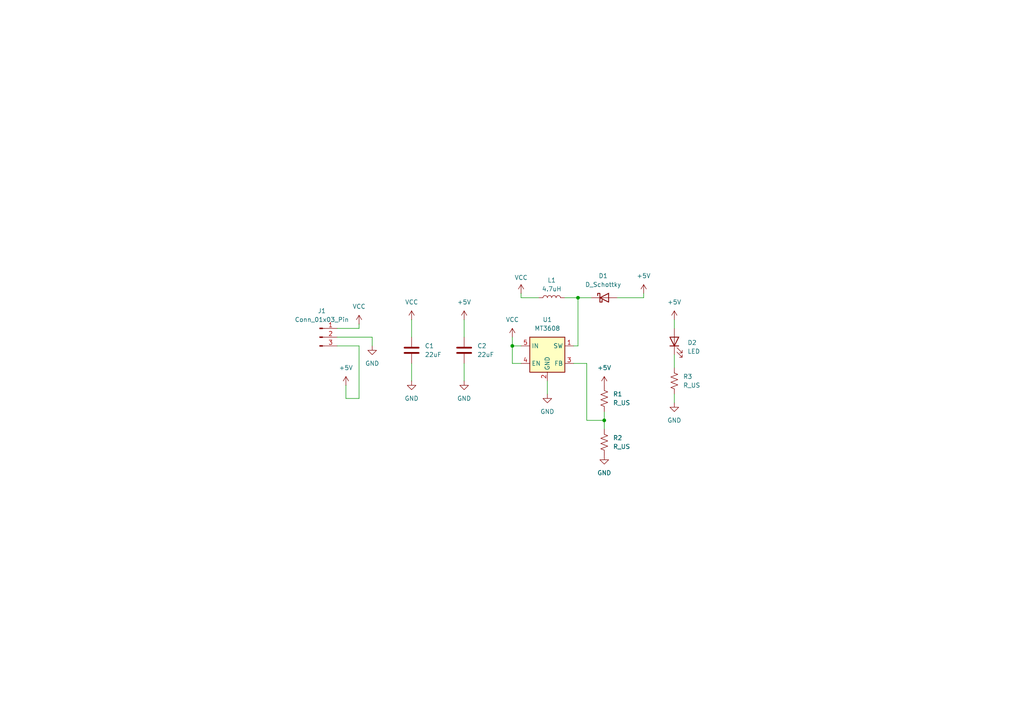
<source format=kicad_sch>
(kicad_sch (version 20250114) (generator "eeschema") (generator_version "9.0")
  (paper "A4")
  (lib_symbols
    (symbol "Connector:Conn_01x03_Pin" (pin_names (offset 1.016) (hide yes))
      (property "Reference" "J" (at 0 5.08 0))
      (property "Value" "Conn_01x03_Pin" (at 0 -5.08 0))
      (symbol "Conn_01x03_Pin_1_1"
        (rectangle (start 0.8636 2.667) (end 0 2.413) (stroke (width 0.1524)) (fill (type outline)))
        (rectangle (start 0.8636 0.127) (end 0 -0.127) (stroke (width 0.1524)) (fill (type outline)))
        (rectangle (start 0.8636 -2.413) (end 0 -2.667) (stroke (width 0.1524)) (fill (type outline)))
        (polyline (pts (xy 1.27 2.54) (xy 0.8636 2.54)) (stroke (width 0.1524)))
        (polyline (pts (xy 1.27 0) (xy 0.8636 0)) (stroke (width 0.1524)))
        (polyline (pts (xy 1.27 -2.54) (xy 0.8636 -2.54)) (stroke (width 0.1524)))
        (pin passive line (at 5.08 2.54 180) (length 3.81) (name "Pin_1") (number "1"))
        (pin passive line (at 5.08 0 180) (length 3.81) (name "Pin_2") (number "2"))
        (pin passive line (at 5.08 -2.54 180) (length 3.81) (name "Pin_3") (number "3"))
      )
    )
    (symbol "Device:C" (pin_numbers (hide yes)) (pin_names (offset 0.254))
      (property "Reference" "C" (at 0.635 2.54 0))
      (property "Value" "C" (at 0.635 -2.54 0))
      (symbol "C_0_1"
        (polyline (pts (xy -2.032 0.762) (xy 2.032 0.762)) (stroke (width 0.508)))
        (polyline (pts (xy -2.032 -0.762) (xy 2.032 -0.762)) (stroke (width 0.508)))
      )
      (symbol "C_1_1"
        (pin passive line (at 0 3.81 270) (length 2.794) (name "~") (number "1"))
        (pin passive line (at 0 -3.81 90) (length 2.794) (name "~") (number "2"))
      )
    )
    (symbol "Device:L" (pin_numbers (hide yes)) (pin_names (offset 1.016) (hide yes))
      (property "Reference" "L" (at -1.27 0 90))
      (property "Value" "L" (at 1.905 0 90))
      (symbol "L_0_1"
        (arc (start 0 2.54) (mid 0.6323 1.905) (end 0 1.27))
        (arc (start 0 1.27) (mid 0.6323 0.635) (end 0 0))
        (arc (start 0 0) (mid 0.6323 -0.635) (end 0 -1.27))
        (arc (start 0 -1.27) (mid 0.6323 -1.905) (end 0 -2.54))
      )
      (symbol "L_1_1"
        (pin passive line (at 0 3.81 270) (length 1.27) (name "1") (number "1"))
        (pin passive line (at 0 -3.81 90) (length 1.27) (name "2") (number "2"))
      )
    )
    (symbol "Device:LED" (pin_numbers (hide yes)) (pin_names (offset 1.016) (hide yes))
      (property "Reference" "D" (at 0 2.54 0))
      (property "Value" "LED" (at 0 -2.54 0))
      (symbol "LED_0_1"
        (polyline (pts (xy -3.048 -0.762) (xy -4.572 -2.286) (xy -3.81 -2.286) (xy -4.572 -2.286) (xy -4.572 -1.524)))
        (polyline (pts (xy -1.778 -0.762) (xy -3.302 -2.286) (xy -2.54 -2.286) (xy -3.302 -2.286) (xy -3.302 -1.524)))
        (polyline (pts (xy -1.27 0) (xy 1.27 0)))
        (polyline (pts (xy -1.27 -1.27) (xy -1.27 1.27)) (stroke (width 0.254)))
        (polyline (pts (xy 1.27 -1.27) (xy 1.27 1.27) (xy -1.27 0) (xy 1.27 -1.27)) (stroke (width 0.254)))
      )
      (symbol "LED_1_1"
        (pin passive line (at -3.81 0 0) (length 2.54) (name "K") (number "1"))
        (pin passive line (at 3.81 0 180) (length 2.54) (name "A") (number "2"))
      )
    )
    (symbol "Device:R_US" (pin_numbers (hide yes)) (pin_names (offset 0))
      (property "Reference" "R" (at 2.54 0 90))
      (property "Value" "R_US" (at -2.54 0 90))
      (symbol "R_US_0_1"
        (polyline (pts (xy 0 2.286) (xy 0 2.54)))
        (polyline (pts (xy 0 2.286) (xy 1.016 1.905) (xy 0 1.524) (xy -1.016 1.143) (xy 0 0.762)))
        (polyline (pts (xy 0 0.762) (xy 1.016 0.381) (xy 0 0) (xy -1.016 -0.381) (xy 0 -0.762)))
        (polyline (pts (xy 0 -0.762) (xy 1.016 -1.143) (xy 0 -1.524) (xy -1.016 -1.905) (xy 0 -2.286)))
        (polyline (pts (xy 0 -2.286) (xy 0 -2.54)))
      )
      (symbol "R_US_1_1"
        (pin passive line (at 0 3.81 270) (length 1.27) (name "~") (number "1"))
        (pin passive line (at 0 -3.81 90) (length 1.27) (name "~") (number "2"))
      )
    )
    (symbol "Diode:MBR0580" (pin_numbers (hide yes)) (pin_names (offset 1.016) (hide yes))
      (property "Reference" "D" (at 0 2.54 0))
      (property "Value" "MBR0580" (at 0 -2.54 0))
      (symbol "MBR0580_0_1"
        (polyline (pts (xy -1.905 0.635) (xy -1.905 1.27) (xy -1.27 1.27) (xy -1.27 -1.27) (xy -0.635 -1.27) (xy -0.635 -0.635)) (stroke (width 0.254)))
        (polyline (pts (xy 1.27 1.27) (xy 1.27 -1.27) (xy -1.27 0) (xy 1.27 1.27)) (stroke (width 0.254)))
        (polyline (pts (xy 1.27 0) (xy -1.27 0)))
      )
      (symbol "MBR0580_1_1"
        (pin passive line (at -3.81 0 0) (length 2.54) (name "K") (number "1"))
        (pin passive line (at 3.81 0 180) (length 2.54) (name "A") (number "2"))
      )
    )
    (symbol "Regulator_Switching:MT3608"
      (property "Reference" "U" (at -2.54 8.89 0))
      (property "Value" "MT3608" (at -3.81 6.35 0))
      (symbol "MT3608_0_1"
        (rectangle (start -5.08 5.08) (end 5.08 -5.08) (stroke (width 0.254)) (fill (type background)))
      )
      (symbol "MT3608_1_1"
        (pin power_in line (at -7.62 2.54 0) (length 2.54) (name "IN") (number "5"))
        (pin input line (at -7.62 -2.54 0) (length 2.54) (name "EN") (number "4"))
        (pin power_in line (at 0 -7.62 90) (length 2.54) (name "GND") (number "2"))
        (pin no_connect line (at 5.08 0 180) (length 2.54) (hide yes) (name "NC") (number "6"))
        (pin passive line (at 7.62 2.54 180) (length 2.54) (name "SW") (number "1"))
        (pin input line (at 7.62 -2.54 180) (length 2.54) (name "FB") (number "3"))
      )
    )
    (symbol "power:+5V" (power) (pin_numbers (hide yes)) (pin_names (offset 0) (hide yes))
      (property "Value" "+5V" (at 0 3.556 0))
      (symbol "+5V_0_1"
        (polyline (pts (xy -0.762 1.27) (xy 0 2.54)))
        (polyline (pts (xy 0 2.54) (xy 0.762 1.27)))
        (polyline (pts (xy 0 0) (xy 0 2.54)))
      )
      (symbol "+5V_1_1"
        (pin power_in line (at 0 0 90) (length 0) (name "~") (number "1"))
      )
    )
    (symbol "power:GND" (power) (pin_numbers (hide yes)) (pin_names (offset 0) (hide yes))
      (property "Value" "GND" (at 0 -3.81 0))
      (symbol "GND_0_1"
        (polyline (pts (xy 0 0) (xy 0 -1.27) (xy 1.27 -1.27) (xy 0 -2.54) (xy -1.27 -1.27) (xy 0 -1.27)))
      )
      (symbol "GND_1_1"
        (pin power_in line (at 0 0 270) (length 0) (name "~") (number "1"))
      )
    )
    (symbol "power:VCC" (power) (pin_numbers (hide yes)) (pin_names (offset 0) (hide yes))
      (property "Value" "VCC" (at 0 3.556 0))
      (symbol "VCC_0_1"
        (polyline (pts (xy -0.762 1.27) (xy 0 2.54)))
        (polyline (pts (xy 0 2.54) (xy 0.762 1.27)))
        (polyline (pts (xy 0 0) (xy 0 2.54)))
      )
      (symbol "VCC_1_1"
        (pin power_in line (at 0 0 90) (length 0) (name "~") (number "1"))
      )
    )
  )
  (junction (at 167.64 86.36))
  (junction (at 175.26 121.92))
  (junction (at 148.59 100.33))
  (wire (pts (xy 163.83 86.36) (xy 167.64 86.36)))
  (wire (pts (xy 134.62 92.71) (xy 134.62 97.79)))
  (wire (pts (xy 186.69 86.36) (xy 186.69 85.09)))
  (wire (pts (xy 104.14 100.33) (xy 97.79 100.33)))
  (wire (pts (xy 151.13 86.36) (xy 156.21 86.36)))
  (wire (pts (xy 179.07 86.36) (xy 186.69 86.36)))
  (wire (pts (xy 158.75 110.49) (xy 158.75 114.3)))
  (wire (pts (xy 195.58 92.71) (xy 195.58 95.25)))
  (wire (pts (xy 134.62 105.41) (xy 134.62 110.49)))
  (wire (pts (xy 175.26 121.92) (xy 175.26 124.46)))
  (wire (pts (xy 151.13 105.41) (xy 148.59 105.41)))
  (wire (pts (xy 100.33 115.57) (xy 100.33 111.76)))
  (wire (pts (xy 166.37 105.41) (xy 170.18 105.41)))
  (wire (pts (xy 167.64 100.33) (xy 167.64 86.36)))
  (wire (pts (xy 170.18 105.41) (xy 170.18 121.92)))
  (wire (pts (xy 107.95 97.79) (xy 97.79 97.79)))
  (wire (pts (xy 104.14 100.33) (xy 104.14 115.57)))
  (wire (pts (xy 119.38 105.41) (xy 119.38 110.49)))
  (wire (pts (xy 97.79 95.25) (xy 104.14 95.25)))
  (wire (pts (xy 107.95 97.79) (xy 107.95 100.33)))
  (wire (pts (xy 119.38 92.71) (xy 119.38 97.79)))
  (wire (pts (xy 151.13 85.09) (xy 151.13 86.36)))
  (wire (pts (xy 195.58 114.3) (xy 195.58 116.84)))
  (wire (pts (xy 167.64 86.36) (xy 171.45 86.36)))
  (wire (pts (xy 104.14 95.25) (xy 104.14 93.98)))
  (wire (pts (xy 175.26 119.38) (xy 175.26 121.92)))
  (wire (pts (xy 195.58 102.87) (xy 195.58 106.68)))
  (wire (pts (xy 170.18 121.92) (xy 175.26 121.92)))
  (wire (pts (xy 148.59 97.79) (xy 148.59 100.33)))
  (wire (pts (xy 148.59 100.33) (xy 148.59 105.41)))
  (wire (pts (xy 166.37 100.33) (xy 167.64 100.33)))
  (wire (pts (xy 104.14 115.57) (xy 100.33 115.57)))
  (wire (pts (xy 148.59 100.33) (xy 151.13 100.33)))
  (symbol (lib_id "power:+5V") (at 186.69 85.09 0) (unit 1)
    (property "Reference" "#PWR013" (effects (hide yes)))
    (property "Value" "+5V" (at 186.69 80.01 0))
    (property "Description" "Power symbol creates a global label with name \"+5V\"" (effects (hide yes)))
  )
  (symbol (lib_id "power:+5V") (at 195.58 92.71 0) (unit 1)
    (property "Reference" "#PWR014" (effects (hide yes)))
    (property "Value" "+5V" (at 195.58 87.63 0))
    (property "Description" "Power symbol creates a global label with name \"+5V\"" (effects (hide yes)))
  )
  (symbol (lib_id "power:VCC") (at 119.38 92.71 0) (unit 1)
    (property "Reference" "#PWR01" (effects (hide yes)))
    (property "Value" "VCC" (at 119.38 87.63 0))
    (property "Description" "Power symbol creates a global label with name \"VCC\"" (effects (hide yes)))
  )
  (symbol (lib_id "Device:R_US") (at 175.26 115.57 0) (unit 1)
    (property "Reference" "R1" (at 177.8 114.2999 0) (effects (justify left)))
    (property "Value" "R_US" (at 177.8 116.8399 0) (effects (justify left)))
    (property "Footprint" "Resistor_SMD:R_0805_2012Metric_Pad1.20x1.40mm_HandSolder" (effects (hide yes)))
    (property "Description" "Resistor, US symbol" (effects (hide yes)))
  )
  (symbol (lib_id "power:+5V") (at 175.26 111.76 0) (unit 1)
    (property "Reference" "#PWR010" (effects (hide yes)))
    (property "Value" "+5V" (at 175.26 106.68 0))
    (property "Description" "Power symbol creates a global label with name \"+5V\"" (effects (hide yes)))
  )
  (symbol (lib_id "power:+5V") (at 134.62 92.71 0) (unit 1)
    (property "Reference" "#PWR04" (effects (hide yes)))
    (property "Value" "+5V" (at 134.62 87.63 0))
    (property "Description" "Power symbol creates a global label with name \"+5V\"" (effects (hide yes)))
  )
  (symbol (lib_id "power:GND") (at 119.38 110.49 0) (unit 1)
    (property "Reference" "#PWR02" (effects (hide yes)))
    (property "Value" "GND" (at 119.38 115.57 0))
    (property "Description" "Power symbol creates a global label with name \"GND\" , ground" (effects (hide yes)))
  )
  (symbol (lib_id "power:GND") (at 175.26 132.08 0) (unit 1)
    (property "Reference" "#PWR011" (effects (hide yes)))
    (property "Value" "GND" (at 175.26 137.16 0))
    (property "Description" "Power symbol creates a global label with name \"GND\" , ground" (effects (hide yes)))
  )
  (symbol (lib_id "Device:C") (at 119.38 101.6 0) (unit 1)
    (property "Reference" "C1" (at 123.19 100.3299 0) (effects (justify left)))
    (property "Value" "22uF" (at 123.19 102.8699 0) (effects (justify left)))
    (property "Footprint" "Capacitor_SMD:C_0805_2012Metric" (effects (hide yes)))
    (property "Description" "Unpolarized capacitor" (effects (hide yes)))
  )
  (symbol (lib_id "Regulator_Switching:MT3608") (at 158.75 102.87 0) (unit 1)
    (property "Reference" "U1" (at 158.75 92.71 0))
    (property "Value" "MT3608" (at 158.75 95.25 0))
    (property "Footprint" "Package_TO_SOT_SMD:SOT-23-6" (effects (hide yes)))
    (property "Datasheet" "https://www.olimex.com/Products/Breadboarding/BB-PWR-3608/resources/MT3608.pdf" (effects (hide yes)))
    (property "Description" "High Efficiency 1.2MHz 2A Step Up Converter, 2-24V Vin, 28V Vout, 4A current limit, 1.2MHz, SOT23-6" (effects (hide yes)))
  )
  (symbol (lib_id "Device:LED") (at 195.58 99.06 90) (unit 1)
    (property "Reference" "D2" (at 199.39 99.3774 90) (effects (justify right)))
    (property "Value" "LED" (at 199.39 101.9174 90) (effects (justify right)))
    (property "Footprint" "LED_THT:LED_D3.0mm" (effects (hide yes)))
    (property "Description" "Light emitting diode" (effects (hide yes)))
    (property "Sim.Pins" "1=K 2=A" (effects (hide yes)))
  )
  (symbol (lib_id "power:GND") (at 107.95 100.33 0) (unit 1)
    (property "Reference" "#PWR06" (effects (hide yes)))
    (property "Value" "GND" (at 107.95 105.41 0))
    (property "Description" "Power symbol creates a global label with name \"GND\" , ground" (effects (hide yes)))
  )
  (symbol (lib_id "power:GND") (at 158.75 114.3 0) (unit 1)
    (property "Reference" "#PWR08" (effects (hide yes)))
    (property "Value" "GND" (at 158.75 119.38 0))
    (property "Description" "Power symbol creates a global label with name \"GND\" , ground" (effects (hide yes)))
  )
  (symbol (lib_id "power:+5V") (at 100.33 111.76 0) (unit 1)
    (property "Reference" "#PWR05" (effects (hide yes)))
    (property "Value" "+5V" (at 100.33 106.68 0))
    (property "Description" "Power symbol creates a global label with name \"+5V\"" (effects (hide yes)))
  )
  (symbol (lib_id "Device:L") (at 160.02 86.36 90) (unit 1)
    (property "Reference" "L1" (at 160.02 81.28 90))
    (property "Value" "4.7uH" (at 160.02 83.82 90))
    (property "Footprint" "Inductor_SMD:L_0402_1005Metric" (effects (hide yes)))
    (property "Description" "Inductor" (effects (hide yes)))
  )
  (symbol (lib_id "Diode:MBR0580") (at 175.26 86.36 0) (unit 1)
    (property "Reference" "D1" (at 174.9425 80.01 0))
    (property "Value" "D_Schottky" (at 174.9425 82.55 0))
    (property "Footprint" "Diode_SMD:D_SOD-123" (effects (hide yes)))
    (property "Datasheet" "http://www.mccsemi.com/up_pdf/MBR0520~MBR0580(SOD123).pdf" (effects (hide yes)))
    (property "Description" "80V 0.5A Schottky Power Rectifier Diode, SOD-123" (effects (hide yes)))
  )
  (symbol (lib_id "power:VCC") (at 104.14 93.98 0) (unit 1)
    (property "Reference" "#PWR07" (effects (hide yes)))
    (property "Value" "VCC" (at 104.14 88.9 0))
    (property "Description" "Power symbol creates a global label with name \"VCC\"" (effects (hide yes)))
  )
  (symbol (lib_id "Device:R_US") (at 195.58 110.49 0) (unit 1)
    (property "Reference" "R3" (at 198.12 109.2199 0) (effects (justify left)))
    (property "Value" "R_US" (at 198.12 111.7599 0) (effects (justify left)))
    (property "Footprint" "Resistor_SMD:R_0805_2012Metric_Pad1.20x1.40mm_HandSolder" (effects (hide yes)))
    (property "Description" "Resistor, US symbol" (effects (hide yes)))
  )
  (symbol (lib_id "power:VCC") (at 148.59 97.79 0) (unit 1)
    (property "Reference" "#PWR09" (effects (hide yes)))
    (property "Value" "VCC" (at 148.59 92.71 0))
    (property "Description" "Power symbol creates a global label with name \"VCC\"" (effects (hide yes)))
  )
  (symbol (lib_id "power:GND") (at 195.58 116.84 0) (unit 1)
    (property "Reference" "#PWR015" (effects (hide yes)))
    (property "Value" "GND" (at 195.58 121.92 0))
    (property "Description" "Power symbol creates a global label with name \"GND\" , ground" (effects (hide yes)))
  )
  (symbol (lib_id "Device:R_US") (at 175.26 128.27 0) (unit 1)
    (property "Reference" "R2" (at 177.8 126.9999 0) (effects (justify left)))
    (property "Value" "R_US" (at 177.8 129.5399 0) (effects (justify left)))
    (property "Footprint" "Resistor_SMD:R_0805_2012Metric_Pad1.20x1.40mm_HandSolder" (effects (hide yes)))
    (property "Description" "Resistor, US symbol" (effects (hide yes)))
  )
  (symbol (lib_id "power:VCC") (at 151.13 85.09 0) (unit 1)
    (property "Reference" "#PWR012" (effects (hide yes)))
    (property "Value" "VCC" (at 151.13 80.518 0))
    (property "Description" "Power symbol creates a global label with name \"VCC\"" (effects (hide yes)))
  )
  (symbol (lib_id "Device:C") (at 134.62 101.6 0) (unit 1)
    (property "Reference" "C2" (at 138.43 100.3299 0) (effects (justify left)))
    (property "Value" "22uF" (at 138.43 102.8699 0) (effects (justify left)))
    (property "Footprint" "Capacitor_SMD:C_0805_2012Metric" (effects (hide yes)))
    (property "Description" "Unpolarized capacitor" (effects (hide yes)))
  )
  (symbol (lib_id "power:GND") (at 134.62 110.49 0) (unit 1)
    (property "Reference" "#PWR03" (effects (hide yes)))
    (property "Value" "GND" (at 134.62 115.57 0))
    (property "Description" "Power symbol creates a global label with name \"GND\" , ground" (effects (hide yes)))
  )
  (symbol (lib_id "Connector:Conn_01x03_Pin") (at 92.71 97.79 0) (unit 1)
    (property "Reference" "J1" (at 93.345 90.17 0))
    (property "Value" "Conn_01x03_Pin" (at 93.345 92.71 0))
    (property "Footprint" "Connector_PinSocket_2.54mm:PinSocket_1x03_P2.54mm_Vertical" (effects (hide yes)))
    (property "Description" "Generic connector, single row, 01x03, script generated" (effects (hide yes)))
  )
)
</source>
